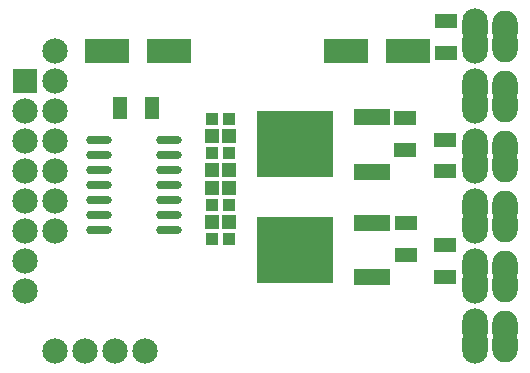
<source format=gts>
G04*
G04 #@! TF.GenerationSoftware,Altium Limited,Altium Designer,22.5.1 (42)*
G04*
G04 Layer_Color=8388736*
%FSLAX44Y44*%
%MOMM*%
G71*
G04*
G04 #@! TF.SameCoordinates,379B5DB5-20BB-4147-B996-229858156FAD*
G04*
G04*
G04 #@! TF.FilePolarity,Negative*
G04*
G01*
G75*
%ADD23R,1.2000X1.1500*%
%ADD24R,1.1000X1.0500*%
%ADD25O,2.1500X0.7500*%
%ADD26R,6.5500X5.7000*%
%ADD27R,3.1500X1.4000*%
%ADD28R,1.8500X1.2500*%
%ADD29R,3.7500X2.0000*%
%ADD30R,1.2500X1.8500*%
%ADD31O,2.1500X3.1500*%
%ADD32C,2.1500*%
%ADD33R,2.1500X2.1500*%
%ADD34O,2.1500X2.9500*%
D23*
X180320Y129020D02*
D03*
X194820D02*
D03*
X180320Y158020D02*
D03*
X194820D02*
D03*
X180320Y173020D02*
D03*
X194820D02*
D03*
X180320Y202020D02*
D03*
X194820D02*
D03*
D24*
X194320Y143520D02*
D03*
X179820D02*
D03*
X194320Y187520D02*
D03*
X179820D02*
D03*
Y216520D02*
D03*
X194320D02*
D03*
Y114520D02*
D03*
X179820D02*
D03*
D25*
X144050Y198600D02*
D03*
Y122400D02*
D03*
Y135100D02*
D03*
Y147800D02*
D03*
Y160500D02*
D03*
Y173200D02*
D03*
Y185900D02*
D03*
X84550Y122400D02*
D03*
Y135100D02*
D03*
Y147800D02*
D03*
Y160500D02*
D03*
Y173200D02*
D03*
Y185900D02*
D03*
Y198600D02*
D03*
D26*
X250700Y105900D02*
D03*
Y194920D02*
D03*
D27*
X315200Y128800D02*
D03*
Y83000D02*
D03*
Y217820D02*
D03*
Y172020D02*
D03*
D28*
X377450Y109900D02*
D03*
Y82900D02*
D03*
X344450Y101400D02*
D03*
Y128400D02*
D03*
X377650Y199100D02*
D03*
Y172100D02*
D03*
X343200Y190650D02*
D03*
Y217650D02*
D03*
X378050Y299500D02*
D03*
Y272500D02*
D03*
D29*
X346050Y274250D02*
D03*
X293550D02*
D03*
X91530Y274070D02*
D03*
X144030D02*
D03*
D30*
X129550Y225500D02*
D03*
X102550D02*
D03*
D31*
X403050Y24800D02*
D03*
Y40000D02*
D03*
Y75600D02*
D03*
Y90800D02*
D03*
Y126400D02*
D03*
Y141600D02*
D03*
Y177200D02*
D03*
Y192400D02*
D03*
Y228000D02*
D03*
Y243200D02*
D03*
Y278800D02*
D03*
Y294000D02*
D03*
D32*
X47450Y19700D02*
D03*
X72850D02*
D03*
X98250D02*
D03*
X123650D02*
D03*
X47450Y273700D02*
D03*
Y248300D02*
D03*
Y222900D02*
D03*
Y197500D02*
D03*
Y172100D02*
D03*
Y146700D02*
D03*
Y121300D02*
D03*
X22050D02*
D03*
Y95900D02*
D03*
Y197500D02*
D03*
Y172100D02*
D03*
Y146700D02*
D03*
Y70500D02*
D03*
Y222900D02*
D03*
D33*
Y248300D02*
D03*
D34*
X428450Y39600D02*
D03*
Y25200D02*
D03*
Y141200D02*
D03*
Y192000D02*
D03*
Y177600D02*
D03*
Y228400D02*
D03*
Y242800D02*
D03*
Y90400D02*
D03*
Y76000D02*
D03*
Y126800D02*
D03*
Y293600D02*
D03*
Y279200D02*
D03*
M02*

</source>
